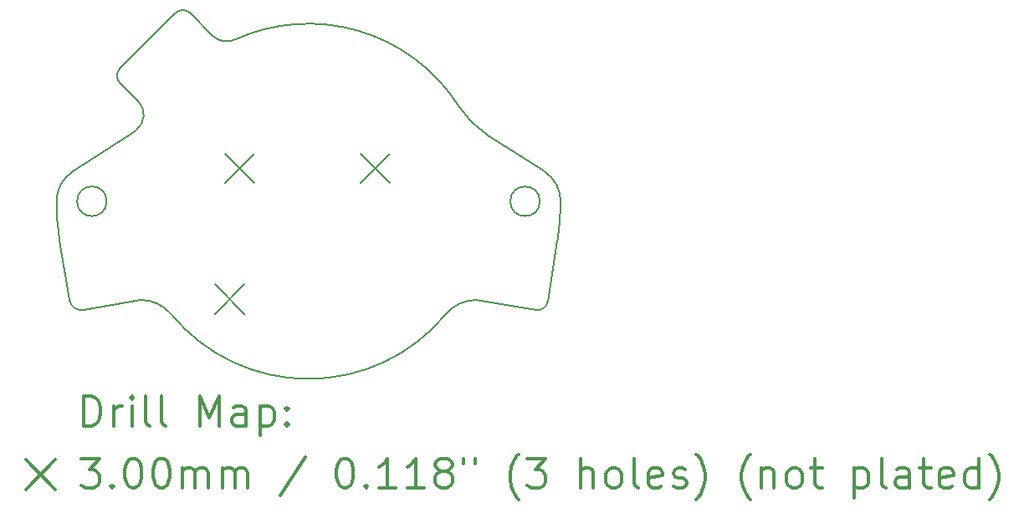
<source format=gbr>
%FSLAX45Y45*%
G04 Gerber Fmt 4.5, Leading zero omitted, Abs format (unit mm)*
G04 Created by KiCad (PCBNEW (5.1.9-0-10_14)) date 2021-09-13 08:54:31*
%MOMM*%
%LPD*%
G01*
G04 APERTURE LIST*
%TA.AperFunction,Profile*%
%ADD10C,0.200000*%
%TD*%
%ADD11C,0.200000*%
%ADD12C,0.300000*%
G04 APERTURE END LIST*
D10*
X7727861Y-11099027D02*
G75*
G02*
X7580000Y-11000000I-26782J119912D01*
G01*
X12420000Y-11020000D02*
G75*
G02*
X12304542Y-11100949I-100885J21078D01*
G01*
X12420000Y-11020000D02*
X12520000Y-10400000D01*
X7580000Y-11000000D02*
X7481529Y-10399757D01*
X8090811Y-8797919D02*
X8107000Y-8815000D01*
X8274130Y-8981238D02*
X8107000Y-8815000D01*
X9253190Y-8362235D02*
G75*
G02*
X11516467Y-9030295I746811J-1637765D01*
G01*
X8090811Y-8797919D02*
G75*
G02*
X8090811Y-8656498I70711J70711D01*
G01*
X8656497Y-8090812D02*
G75*
G02*
X8797918Y-8090812I70711J-70711D01*
G01*
X8274130Y-8981238D02*
G75*
G02*
X8255623Y-9280431I-141421J-141421D01*
G01*
X9253190Y-8362235D02*
G75*
G02*
X9028789Y-8321682I-82979J181974D01*
G01*
X8656497Y-8090812D02*
X8090811Y-8656498D01*
X9028789Y-8321682D02*
X8797918Y-8090812D01*
X11816778Y-9331839D02*
G75*
G02*
X11516467Y-9030295I542171J840268D01*
G01*
X8255623Y-9280431D02*
G75*
G02*
X8183222Y-9331839I-614572J788861D01*
G01*
X11388501Y-11145455D02*
G75*
G02*
X11697056Y-11000000I308556J-254545D01*
G01*
X8302944Y-11000000D02*
G75*
G02*
X8611499Y-11145455I0J-400000D01*
G01*
X11388501Y-11145455D02*
G75*
G02*
X8611499Y-11145455I-1388501J1145455D01*
G01*
X11697056Y-11000000D02*
X12304542Y-11100949D01*
X7727861Y-11099027D02*
X8302944Y-11000000D01*
X7450000Y-10000000D02*
G75*
G02*
X7613903Y-9699184I358000J0D01*
G01*
X12387196Y-9697482D02*
G75*
G02*
X12551470Y-10019999I-195196J-302518D01*
G01*
X7481529Y-10399757D02*
G75*
G02*
X7450000Y-10000000I2518471J399757D01*
G01*
X12551470Y-10019999D02*
G75*
G02*
X12520000Y-10400000I-2551470J19999D01*
G01*
X11816778Y-9331839D02*
X12387196Y-9697482D01*
X7613903Y-9699184D02*
X8183222Y-9331839D01*
X12342000Y-10000000D02*
G75*
G03*
X12342000Y-10000000I-150000J0D01*
G01*
X7958000Y-10000000D02*
G75*
G03*
X7958000Y-10000000I-150000J0D01*
G01*
D11*
X9051937Y-10840571D02*
X9351937Y-11140571D01*
X9351937Y-10840571D02*
X9051937Y-11140571D01*
X9154000Y-9517000D02*
X9454000Y-9817000D01*
X9454000Y-9517000D02*
X9154000Y-9817000D01*
X10524000Y-9517000D02*
X10824000Y-9817000D01*
X10824000Y-9517000D02*
X10524000Y-9817000D01*
D12*
X7726428Y-12275714D02*
X7726428Y-11975714D01*
X7797857Y-11975714D01*
X7840714Y-11990000D01*
X7869286Y-12018571D01*
X7883571Y-12047143D01*
X7897857Y-12104286D01*
X7897857Y-12147143D01*
X7883571Y-12204286D01*
X7869286Y-12232857D01*
X7840714Y-12261429D01*
X7797857Y-12275714D01*
X7726428Y-12275714D01*
X8026428Y-12275714D02*
X8026428Y-12075714D01*
X8026428Y-12132857D02*
X8040714Y-12104286D01*
X8055000Y-12090000D01*
X8083571Y-12075714D01*
X8112143Y-12075714D01*
X8212143Y-12275714D02*
X8212143Y-12075714D01*
X8212143Y-11975714D02*
X8197857Y-11990000D01*
X8212143Y-12004286D01*
X8226428Y-11990000D01*
X8212143Y-11975714D01*
X8212143Y-12004286D01*
X8397857Y-12275714D02*
X8369286Y-12261429D01*
X8355000Y-12232857D01*
X8355000Y-11975714D01*
X8555000Y-12275714D02*
X8526428Y-12261429D01*
X8512143Y-12232857D01*
X8512143Y-11975714D01*
X8897857Y-12275714D02*
X8897857Y-11975714D01*
X8997857Y-12190000D01*
X9097857Y-11975714D01*
X9097857Y-12275714D01*
X9369286Y-12275714D02*
X9369286Y-12118571D01*
X9355000Y-12090000D01*
X9326428Y-12075714D01*
X9269286Y-12075714D01*
X9240714Y-12090000D01*
X9369286Y-12261429D02*
X9340714Y-12275714D01*
X9269286Y-12275714D01*
X9240714Y-12261429D01*
X9226428Y-12232857D01*
X9226428Y-12204286D01*
X9240714Y-12175714D01*
X9269286Y-12161429D01*
X9340714Y-12161429D01*
X9369286Y-12147143D01*
X9512143Y-12075714D02*
X9512143Y-12375714D01*
X9512143Y-12090000D02*
X9540714Y-12075714D01*
X9597857Y-12075714D01*
X9626428Y-12090000D01*
X9640714Y-12104286D01*
X9655000Y-12132857D01*
X9655000Y-12218571D01*
X9640714Y-12247143D01*
X9626428Y-12261429D01*
X9597857Y-12275714D01*
X9540714Y-12275714D01*
X9512143Y-12261429D01*
X9783571Y-12247143D02*
X9797857Y-12261429D01*
X9783571Y-12275714D01*
X9769286Y-12261429D01*
X9783571Y-12247143D01*
X9783571Y-12275714D01*
X9783571Y-12090000D02*
X9797857Y-12104286D01*
X9783571Y-12118571D01*
X9769286Y-12104286D01*
X9783571Y-12090000D01*
X9783571Y-12118571D01*
X7140000Y-12620000D02*
X7440000Y-12920000D01*
X7440000Y-12620000D02*
X7140000Y-12920000D01*
X7697857Y-12605714D02*
X7883571Y-12605714D01*
X7783571Y-12720000D01*
X7826428Y-12720000D01*
X7855000Y-12734286D01*
X7869286Y-12748571D01*
X7883571Y-12777143D01*
X7883571Y-12848571D01*
X7869286Y-12877143D01*
X7855000Y-12891429D01*
X7826428Y-12905714D01*
X7740714Y-12905714D01*
X7712143Y-12891429D01*
X7697857Y-12877143D01*
X8012143Y-12877143D02*
X8026428Y-12891429D01*
X8012143Y-12905714D01*
X7997857Y-12891429D01*
X8012143Y-12877143D01*
X8012143Y-12905714D01*
X8212143Y-12605714D02*
X8240714Y-12605714D01*
X8269286Y-12620000D01*
X8283571Y-12634286D01*
X8297857Y-12662857D01*
X8312143Y-12720000D01*
X8312143Y-12791429D01*
X8297857Y-12848571D01*
X8283571Y-12877143D01*
X8269286Y-12891429D01*
X8240714Y-12905714D01*
X8212143Y-12905714D01*
X8183571Y-12891429D01*
X8169286Y-12877143D01*
X8155000Y-12848571D01*
X8140714Y-12791429D01*
X8140714Y-12720000D01*
X8155000Y-12662857D01*
X8169286Y-12634286D01*
X8183571Y-12620000D01*
X8212143Y-12605714D01*
X8497857Y-12605714D02*
X8526428Y-12605714D01*
X8555000Y-12620000D01*
X8569286Y-12634286D01*
X8583571Y-12662857D01*
X8597857Y-12720000D01*
X8597857Y-12791429D01*
X8583571Y-12848571D01*
X8569286Y-12877143D01*
X8555000Y-12891429D01*
X8526428Y-12905714D01*
X8497857Y-12905714D01*
X8469286Y-12891429D01*
X8455000Y-12877143D01*
X8440714Y-12848571D01*
X8426428Y-12791429D01*
X8426428Y-12720000D01*
X8440714Y-12662857D01*
X8455000Y-12634286D01*
X8469286Y-12620000D01*
X8497857Y-12605714D01*
X8726428Y-12905714D02*
X8726428Y-12705714D01*
X8726428Y-12734286D02*
X8740714Y-12720000D01*
X8769286Y-12705714D01*
X8812143Y-12705714D01*
X8840714Y-12720000D01*
X8855000Y-12748571D01*
X8855000Y-12905714D01*
X8855000Y-12748571D02*
X8869286Y-12720000D01*
X8897857Y-12705714D01*
X8940714Y-12705714D01*
X8969286Y-12720000D01*
X8983571Y-12748571D01*
X8983571Y-12905714D01*
X9126428Y-12905714D02*
X9126428Y-12705714D01*
X9126428Y-12734286D02*
X9140714Y-12720000D01*
X9169286Y-12705714D01*
X9212143Y-12705714D01*
X9240714Y-12720000D01*
X9255000Y-12748571D01*
X9255000Y-12905714D01*
X9255000Y-12748571D02*
X9269286Y-12720000D01*
X9297857Y-12705714D01*
X9340714Y-12705714D01*
X9369286Y-12720000D01*
X9383571Y-12748571D01*
X9383571Y-12905714D01*
X9969286Y-12591429D02*
X9712143Y-12977143D01*
X10355000Y-12605714D02*
X10383571Y-12605714D01*
X10412143Y-12620000D01*
X10426428Y-12634286D01*
X10440714Y-12662857D01*
X10455000Y-12720000D01*
X10455000Y-12791429D01*
X10440714Y-12848571D01*
X10426428Y-12877143D01*
X10412143Y-12891429D01*
X10383571Y-12905714D01*
X10355000Y-12905714D01*
X10326428Y-12891429D01*
X10312143Y-12877143D01*
X10297857Y-12848571D01*
X10283571Y-12791429D01*
X10283571Y-12720000D01*
X10297857Y-12662857D01*
X10312143Y-12634286D01*
X10326428Y-12620000D01*
X10355000Y-12605714D01*
X10583571Y-12877143D02*
X10597857Y-12891429D01*
X10583571Y-12905714D01*
X10569286Y-12891429D01*
X10583571Y-12877143D01*
X10583571Y-12905714D01*
X10883571Y-12905714D02*
X10712143Y-12905714D01*
X10797857Y-12905714D02*
X10797857Y-12605714D01*
X10769286Y-12648571D01*
X10740714Y-12677143D01*
X10712143Y-12691429D01*
X11169286Y-12905714D02*
X10997857Y-12905714D01*
X11083571Y-12905714D02*
X11083571Y-12605714D01*
X11055000Y-12648571D01*
X11026428Y-12677143D01*
X10997857Y-12691429D01*
X11340714Y-12734286D02*
X11312143Y-12720000D01*
X11297857Y-12705714D01*
X11283571Y-12677143D01*
X11283571Y-12662857D01*
X11297857Y-12634286D01*
X11312143Y-12620000D01*
X11340714Y-12605714D01*
X11397857Y-12605714D01*
X11426428Y-12620000D01*
X11440714Y-12634286D01*
X11455000Y-12662857D01*
X11455000Y-12677143D01*
X11440714Y-12705714D01*
X11426428Y-12720000D01*
X11397857Y-12734286D01*
X11340714Y-12734286D01*
X11312143Y-12748571D01*
X11297857Y-12762857D01*
X11283571Y-12791429D01*
X11283571Y-12848571D01*
X11297857Y-12877143D01*
X11312143Y-12891429D01*
X11340714Y-12905714D01*
X11397857Y-12905714D01*
X11426428Y-12891429D01*
X11440714Y-12877143D01*
X11455000Y-12848571D01*
X11455000Y-12791429D01*
X11440714Y-12762857D01*
X11426428Y-12748571D01*
X11397857Y-12734286D01*
X11569286Y-12605714D02*
X11569286Y-12662857D01*
X11683571Y-12605714D02*
X11683571Y-12662857D01*
X12126428Y-13020000D02*
X12112143Y-13005714D01*
X12083571Y-12962857D01*
X12069286Y-12934286D01*
X12055000Y-12891429D01*
X12040714Y-12820000D01*
X12040714Y-12762857D01*
X12055000Y-12691429D01*
X12069286Y-12648571D01*
X12083571Y-12620000D01*
X12112143Y-12577143D01*
X12126428Y-12562857D01*
X12212143Y-12605714D02*
X12397857Y-12605714D01*
X12297857Y-12720000D01*
X12340714Y-12720000D01*
X12369286Y-12734286D01*
X12383571Y-12748571D01*
X12397857Y-12777143D01*
X12397857Y-12848571D01*
X12383571Y-12877143D01*
X12369286Y-12891429D01*
X12340714Y-12905714D01*
X12255000Y-12905714D01*
X12226428Y-12891429D01*
X12212143Y-12877143D01*
X12755000Y-12905714D02*
X12755000Y-12605714D01*
X12883571Y-12905714D02*
X12883571Y-12748571D01*
X12869286Y-12720000D01*
X12840714Y-12705714D01*
X12797857Y-12705714D01*
X12769286Y-12720000D01*
X12755000Y-12734286D01*
X13069286Y-12905714D02*
X13040714Y-12891429D01*
X13026428Y-12877143D01*
X13012143Y-12848571D01*
X13012143Y-12762857D01*
X13026428Y-12734286D01*
X13040714Y-12720000D01*
X13069286Y-12705714D01*
X13112143Y-12705714D01*
X13140714Y-12720000D01*
X13155000Y-12734286D01*
X13169286Y-12762857D01*
X13169286Y-12848571D01*
X13155000Y-12877143D01*
X13140714Y-12891429D01*
X13112143Y-12905714D01*
X13069286Y-12905714D01*
X13340714Y-12905714D02*
X13312143Y-12891429D01*
X13297857Y-12862857D01*
X13297857Y-12605714D01*
X13569286Y-12891429D02*
X13540714Y-12905714D01*
X13483571Y-12905714D01*
X13455000Y-12891429D01*
X13440714Y-12862857D01*
X13440714Y-12748571D01*
X13455000Y-12720000D01*
X13483571Y-12705714D01*
X13540714Y-12705714D01*
X13569286Y-12720000D01*
X13583571Y-12748571D01*
X13583571Y-12777143D01*
X13440714Y-12805714D01*
X13697857Y-12891429D02*
X13726428Y-12905714D01*
X13783571Y-12905714D01*
X13812143Y-12891429D01*
X13826428Y-12862857D01*
X13826428Y-12848571D01*
X13812143Y-12820000D01*
X13783571Y-12805714D01*
X13740714Y-12805714D01*
X13712143Y-12791429D01*
X13697857Y-12762857D01*
X13697857Y-12748571D01*
X13712143Y-12720000D01*
X13740714Y-12705714D01*
X13783571Y-12705714D01*
X13812143Y-12720000D01*
X13926428Y-13020000D02*
X13940714Y-13005714D01*
X13969286Y-12962857D01*
X13983571Y-12934286D01*
X13997857Y-12891429D01*
X14012143Y-12820000D01*
X14012143Y-12762857D01*
X13997857Y-12691429D01*
X13983571Y-12648571D01*
X13969286Y-12620000D01*
X13940714Y-12577143D01*
X13926428Y-12562857D01*
X14469286Y-13020000D02*
X14455000Y-13005714D01*
X14426428Y-12962857D01*
X14412143Y-12934286D01*
X14397857Y-12891429D01*
X14383571Y-12820000D01*
X14383571Y-12762857D01*
X14397857Y-12691429D01*
X14412143Y-12648571D01*
X14426428Y-12620000D01*
X14455000Y-12577143D01*
X14469286Y-12562857D01*
X14583571Y-12705714D02*
X14583571Y-12905714D01*
X14583571Y-12734286D02*
X14597857Y-12720000D01*
X14626428Y-12705714D01*
X14669286Y-12705714D01*
X14697857Y-12720000D01*
X14712143Y-12748571D01*
X14712143Y-12905714D01*
X14897857Y-12905714D02*
X14869286Y-12891429D01*
X14855000Y-12877143D01*
X14840714Y-12848571D01*
X14840714Y-12762857D01*
X14855000Y-12734286D01*
X14869286Y-12720000D01*
X14897857Y-12705714D01*
X14940714Y-12705714D01*
X14969286Y-12720000D01*
X14983571Y-12734286D01*
X14997857Y-12762857D01*
X14997857Y-12848571D01*
X14983571Y-12877143D01*
X14969286Y-12891429D01*
X14940714Y-12905714D01*
X14897857Y-12905714D01*
X15083571Y-12705714D02*
X15197857Y-12705714D01*
X15126428Y-12605714D02*
X15126428Y-12862857D01*
X15140714Y-12891429D01*
X15169286Y-12905714D01*
X15197857Y-12905714D01*
X15526428Y-12705714D02*
X15526428Y-13005714D01*
X15526428Y-12720000D02*
X15555000Y-12705714D01*
X15612143Y-12705714D01*
X15640714Y-12720000D01*
X15655000Y-12734286D01*
X15669286Y-12762857D01*
X15669286Y-12848571D01*
X15655000Y-12877143D01*
X15640714Y-12891429D01*
X15612143Y-12905714D01*
X15555000Y-12905714D01*
X15526428Y-12891429D01*
X15840714Y-12905714D02*
X15812143Y-12891429D01*
X15797857Y-12862857D01*
X15797857Y-12605714D01*
X16083571Y-12905714D02*
X16083571Y-12748571D01*
X16069286Y-12720000D01*
X16040714Y-12705714D01*
X15983571Y-12705714D01*
X15955000Y-12720000D01*
X16083571Y-12891429D02*
X16055000Y-12905714D01*
X15983571Y-12905714D01*
X15955000Y-12891429D01*
X15940714Y-12862857D01*
X15940714Y-12834286D01*
X15955000Y-12805714D01*
X15983571Y-12791429D01*
X16055000Y-12791429D01*
X16083571Y-12777143D01*
X16183571Y-12705714D02*
X16297857Y-12705714D01*
X16226428Y-12605714D02*
X16226428Y-12862857D01*
X16240714Y-12891429D01*
X16269286Y-12905714D01*
X16297857Y-12905714D01*
X16512143Y-12891429D02*
X16483571Y-12905714D01*
X16426428Y-12905714D01*
X16397857Y-12891429D01*
X16383571Y-12862857D01*
X16383571Y-12748571D01*
X16397857Y-12720000D01*
X16426428Y-12705714D01*
X16483571Y-12705714D01*
X16512143Y-12720000D01*
X16526428Y-12748571D01*
X16526428Y-12777143D01*
X16383571Y-12805714D01*
X16783571Y-12905714D02*
X16783571Y-12605714D01*
X16783571Y-12891429D02*
X16755000Y-12905714D01*
X16697857Y-12905714D01*
X16669286Y-12891429D01*
X16655000Y-12877143D01*
X16640714Y-12848571D01*
X16640714Y-12762857D01*
X16655000Y-12734286D01*
X16669286Y-12720000D01*
X16697857Y-12705714D01*
X16755000Y-12705714D01*
X16783571Y-12720000D01*
X16897857Y-13020000D02*
X16912143Y-13005714D01*
X16940714Y-12962857D01*
X16955000Y-12934286D01*
X16969286Y-12891429D01*
X16983571Y-12820000D01*
X16983571Y-12762857D01*
X16969286Y-12691429D01*
X16955000Y-12648571D01*
X16940714Y-12620000D01*
X16912143Y-12577143D01*
X16897857Y-12562857D01*
M02*

</source>
